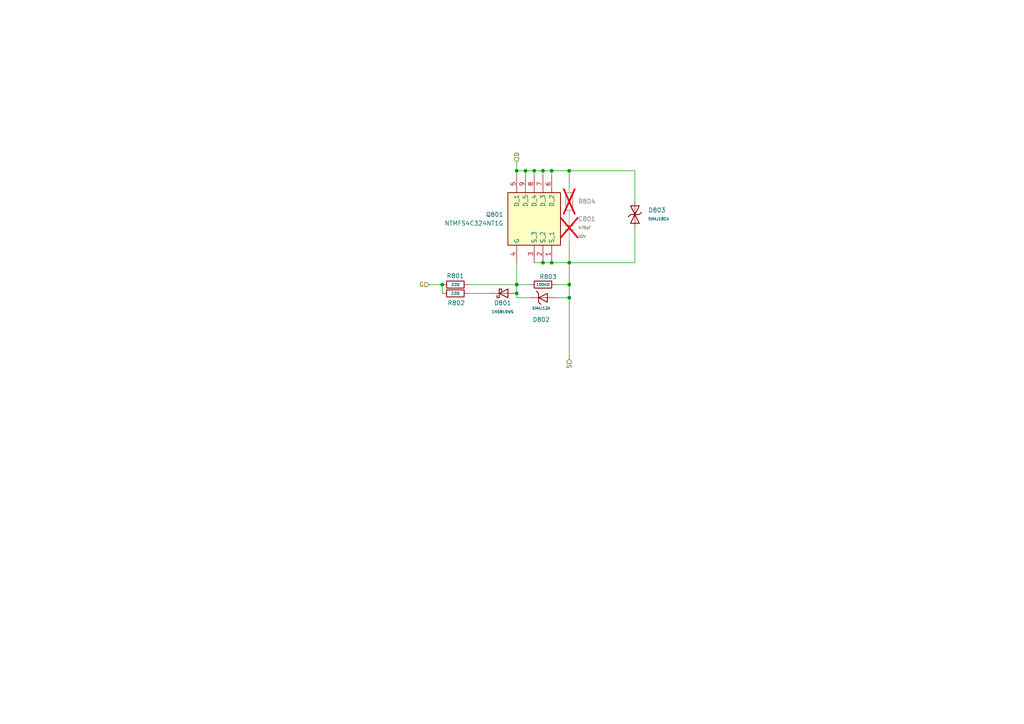
<source format=kicad_sch>
(kicad_sch (version 20250114) (generator "eeschema") (generator_version "9.0")
  (paper "A4")
  (lib_symbols
    (symbol "NTMFS4C324NT1G:NTMFS4C324NT1G"
      (property "Reference" "Q" (at 21.59 7.62 0))
      (property "Value" "NTMFS4C324NT1G" (at 21.59 5.08 0))
      (symbol "NTMFS4C324NT1G_1_1"
        (rectangle (start 5.08 2.54) (end 20.32 -12.7) (stroke (width 0.254)) (fill (type background)))
        (pin passive line (at 0 0 0) (length 5.08) (name "S_1") (number "1"))
        (pin passive line (at 0 -2.54 0) (length 5.08) (name "S_2") (number "2"))
        (pin passive line (at 0 -5.08 0) (length 5.08) (name "S_3") (number "3"))
        (pin passive line (at 0 -10.16 0) (length 5.08) (name "G") (number "4"))
        (pin passive line (at 25.4 0 180) (length 5.08) (name "D_2") (number "6"))
        (pin passive line (at 25.4 -2.54 180) (length 5.08) (name "D_3") (number "7"))
        (pin passive line (at 25.4 -5.08 180) (length 5.08) (name "D_4") (number "8"))
        (pin passive line (at 25.4 -7.62 180) (length 5.08) (name "D_5") (number "9"))
        (pin passive line (at 25.4 -10.16 180) (length 5.08) (name "D_1") (number "5"))
      )
    )
    (symbol "PCM_JLCPCB-Capacitors:0603,470pF" (pin_numbers (hide yes)) (pin_names (offset 0))
      (property "Reference" "C" (at 2.032 1.668 0))
      (property "Value" "470pF" (at 2.032 -0.3782 0))
      (property "Voltage Rated" "50V" (at 2.032 -2.0462 0))
      (symbol "0603,470pF_0_1"
        (polyline (pts (xy -1.27 0.635) (xy 1.27 0.635)) (stroke (width 0.254)))
        (polyline (pts (xy -1.27 -0.635) (xy 1.27 -0.635)) (stroke (width 0.254)))
      )
      (symbol "0603,470pF_1_1"
        (pin passive line (at 0 3.81 270) (length 3.175) (name "~") (number "1"))
        (pin passive line (at 0 -3.81 90) (length 3.175) (name "~") (number "2"))
      )
    )
    (symbol "PCM_JLCPCB-Diodes:Schottky,1N5819WS" (pin_numbers (hide yes)) (pin_names (offset 0))
      (property "Reference" "D" (at 2.032 0.834 0))
      (property "Value" "1N5819WS" (at 2.032 -1.2122 0))
      (symbol "Schottky,1N5819WS_0_1"
        (polyline (pts (xy -1.27 1.27) (xy 0 -1.27) (xy 1.27 1.27) (xy -1.27 1.27)) (stroke (width 0.254)))
        (polyline (pts (xy 0.635 -1.905) (xy 1.27 -1.905) (xy 1.27 -1.27) (xy -1.27 -1.27) (xy -1.27 -0.635) (xy -0.635 -0.635)) (stroke (width 0.254)))
      )
      (symbol "Schottky,1N5819WS_1_1"
        (pin passive line (at 0 3.81 270) (length 3.81) (name "~") (number "2"))
        (pin passive line (at 0 -3.81 90) (length 3.81) (name "~") (number "1"))
      )
    )
    (symbol "PCM_JLCPCB-Diodes:TVS-Bi,SMAJ18CA" (pin_numbers (hide yes)) (pin_names (offset 0))
      (property "Reference" "D" (at 2.032 0.834 0))
      (property "Value" "SMAJ18CA" (at 2.032 -1.2122 0))
      (symbol "TVS-Bi,SMAJ18CA_0_1"
        (polyline (pts (xy -1.905 -0.635) (xy -1.27 0) (xy 1.27 0) (xy 1.905 0.635)) (stroke (width 0.254)))
        (polyline (pts (xy -1.27 2.54) (xy 0 0) (xy 1.27 2.54) (xy -1.27 2.54)) (stroke (width 0.254)))
        (polyline (pts (xy 1.27 -2.54) (xy 0 0) (xy -1.27 -2.54) (xy 1.27 -2.54)) (stroke (width 0.254)))
      )
      (symbol "TVS-Bi,SMAJ18CA_1_1"
        (pin passive line (at 0 3.81 270) (length 3.81) (name "~") (number "2"))
        (pin passive line (at 0 -3.81 90) (length 3.81) (name "~") (number "1"))
      )
    )
    (symbol "PCM_JLCPCB-Diodes:TVS-Uni,SMAJ13A" (pin_numbers (hide yes)) (pin_names (offset 0))
      (property "Reference" "D" (at 2.032 0.834 0))
      (property "Value" "SMAJ13A" (at 2.032 -1.2122 0))
      (symbol "TVS-Uni,SMAJ13A_0_1"
        (polyline (pts (xy -1.905 -1.905) (xy -1.27 -1.27) (xy 1.27 -1.27) (xy 1.905 -0.635)) (stroke (width 0.254)))
        (polyline (pts (xy -1.27 1.27) (xy 0 -1.27) (xy 1.27 1.27) (xy -1.27 1.27)) (stroke (width 0.254)))
      )
      (symbol "TVS-Uni,SMAJ13A_1_1"
        (pin passive line (at 0 3.81 270) (length 3.81) (name "~") (number "2"))
        (pin passive line (at 0 -3.81 90) (length 3.81) (name "~") (number "1"))
      )
    )
    (symbol "PCM_JLCPCB-Resistors:0402,100kΩ" (pin_numbers (hide yes)) (pin_names (offset 0))
      (property "Reference" "R" (at 1.778 0 0))
      (property "Value" "100kΩ" (at 0 0 90))
      (symbol "0402,100kΩ_0_1"
        (rectangle (start -1.016 2.54) (end 1.016 -2.54) (stroke (width 0.254)))
      )
      (symbol "0402,100kΩ_1_1"
        (pin passive line (at 0 3.81 270) (length 1.27) (name "~") (number "1"))
        (pin passive line (at 0 -3.81 90) (length 1.27) (name "~") (number "2"))
      )
    )
    (symbol "PCM_JLCPCB-Resistors:0402,22Ω" (pin_numbers (hide yes)) (pin_names (offset 0))
      (property "Reference" "R" (at 1.778 0 0))
      (property "Value" "22Ω" (at 0 0 90))
      (symbol "0402,22Ω_0_1"
        (rectangle (start -1.016 2.54) (end 1.016 -2.54) (stroke (width 0.254)))
      )
      (symbol "0402,22Ω_1_1"
        (pin passive line (at 0 3.81 270) (length 1.27) (name "~") (number "1"))
        (pin passive line (at 0 -3.81 90) (length 1.27) (name "~") (number "2"))
      )
    )
    (symbol "PCM_JLCPCB-Resistors:0603,0Ω" (pin_numbers (hide yes)) (pin_names (offset 0))
      (property "Reference" "R" (at 1.778 0 0))
      (property "Value" "0Ω" (at 0 0 90))
      (symbol "0603,0Ω_0_1"
        (rectangle (start -1.016 2.54) (end 1.016 -2.54) (stroke (width 0.254)))
      )
      (symbol "0603,0Ω_1_1"
        (pin passive line (at 0 3.81 270) (length 1.27) (name "~") (number "1"))
        (pin passive line (at 0 -3.81 90) (length 1.27) (name "~") (number "2"))
      )
    )
  )
  (junction (at 165.1 49.53))
  (junction (at 128.27 82.55))
  (junction (at 160.02 49.53))
  (junction (at 154.94 49.53))
  (junction (at 149.86 49.53))
  (junction (at 165.1 76.2))
  (junction (at 160.02 76.2))
  (junction (at 157.48 76.2))
  (junction (at 165.1 86.36))
  (junction (at 149.86 82.55))
  (junction (at 165.1 82.55))
  (junction (at 157.48 49.53))
  (junction (at 152.4 49.53))
  (junction (at 149.86 85.09))
  (wire (pts (xy 154.94 50.8) (xy 154.94 49.53)))
  (wire (pts (xy 184.15 76.2) (xy 165.1 76.2)))
  (wire (pts (xy 152.4 50.8) (xy 152.4 49.53)))
  (wire (pts (xy 157.48 76.2) (xy 160.02 76.2)))
  (wire (pts (xy 160.02 76.2) (xy 165.1 76.2)))
  (wire (pts (xy 153.67 82.55) (xy 149.86 82.55)))
  (wire (pts (xy 184.15 66.04) (xy 184.15 76.2)))
  (wire (pts (xy 161.29 82.55) (xy 165.1 82.55)))
  (wire (pts (xy 152.4 49.53) (xy 154.94 49.53)))
  (wire (pts (xy 135.89 82.55) (xy 149.86 82.55)))
  (wire (pts (xy 154.94 76.2) (xy 157.48 76.2)))
  (wire (pts (xy 135.89 85.09) (xy 142.24 85.09)))
  (wire (pts (xy 149.86 76.2) (xy 149.86 82.55)))
  (wire (pts (xy 149.86 49.53) (xy 149.86 46.99)))
  (wire (pts (xy 165.1 76.2) (xy 165.1 82.55)))
  (wire (pts (xy 165.1 82.55) (xy 165.1 86.36)))
  (wire (pts (xy 184.15 58.42) (xy 184.15 49.53)))
  (wire (pts (xy 165.1 86.36) (xy 165.1 104.14)))
  (wire (pts (xy 165.1 69.85) (xy 165.1 76.2)))
  (wire (pts (xy 157.48 50.8) (xy 157.48 49.53)))
  (wire (pts (xy 165.1 49.53) (xy 165.1 54.61)))
  (wire (pts (xy 154.94 49.53) (xy 157.48 49.53)))
  (wire (pts (xy 160.02 49.53) (xy 165.1 49.53)))
  (wire (pts (xy 149.86 85.09) (xy 149.86 86.36)))
  (wire (pts (xy 157.48 49.53) (xy 160.02 49.53)))
  (wire (pts (xy 149.86 86.36) (xy 153.67 86.36)))
  (wire (pts (xy 149.86 49.53) (xy 152.4 49.53)))
  (wire (pts (xy 160.02 50.8) (xy 160.02 49.53)))
  (wire (pts (xy 149.86 82.55) (xy 149.86 85.09)))
  (wire (pts (xy 149.86 49.53) (xy 149.86 50.8)))
  (wire (pts (xy 161.29 86.36) (xy 165.1 86.36)))
  (wire (pts (xy 184.15 49.53) (xy 165.1 49.53)))
  (wire (pts (xy 128.27 82.55) (xy 128.27 85.09)))
  (wire (pts (xy 124.46 82.55) (xy 128.27 82.55)))
  (hierarchical_label "S" (shape input) (at 165.1 104.14 270))
  (hierarchical_label "G" (shape input) (at 124.46 82.55 180))
  (hierarchical_label "D" (shape input) (at 149.86 46.99 90))
  (symbol (lib_id "PCM_JLCPCB-Resistors:0402,100kΩ") (at 157.48 82.55 90) (unit 1)
    (property "Reference" "R603" (at 161.544 80.264 90) (effects (justify left)))
    (property "Value" "100kΩ" (at 157.48 82.55 90) (effects (font (size 0.8 0.8))))
    (property "Footprint" "PCM_JLCPCB:R_0402" (effects (hide yes)))
    (property "Datasheet" "https://www.lcsc.com/datasheet/lcsc_datasheet_2206010100_UNI-ROYAL-Uniroyal-Elec-0402WGF1003TCE_C25741.pdf" (effects (hide yes)))
    (property "Description" "62.5mW Thick Film Resistors 50V ±100ppm/°C ±1% 100kΩ 0402 Chip Resistor - Surface Mount ROHS" (effects (hide yes)))
    (property "LCSC" "C25741" (effects (hide yes)))
    (property "Stock" "3400680" (effects (hide yes)))
    (property "Price" "0.004USD" (effects (hide yes)))
    (property "Process" "SMT" (effects (hide yes)))
    (property "Minimum Qty" "20" (effects (hide yes)))
    (property "Attrition Qty" "10" (effects (hide yes)))
    (property "Class" "Basic Component" (effects (hide yes)))
    (property "Category" "Resistors,Chip Resistor - Surface Mount" (effects (hide yes)))
    (property "Manufacturer" "UNI-ROYAL(Uniroyal Elec)" (effects (hide yes)))
    (property "Part" "0402WGF1003TCE" (effects (hide yes)))
    (property "Resistance" "100kΩ" (effects (hide yes)))
    (property "Power(Watts)" "62.5mW" (effects (hide yes)))
    (property "Type" "Thick Film Resistors" (effects (hide yes)))
    (property "Overload Voltage (Max)" "50V" (effects (hide yes)))
    (property "Operating Temperature Range" "-55°C~+155°C" (effects (hide yes)))
    (property "Tolerance" "±1%" (effects (hide yes)))
    (property "Temperature Coefficient" "±100ppm/°C" (effects (hide yes)))
    (instances (project "OmniAnt" (path "" (reference "R803") (unit 1)) (path "" (reference "R1103") (unit 1)) (path "" (reference "R1603") (unit 1)) (path "" (reference "R1503") (unit 1)) (path "" (reference "R1203") (unit 1)) (path "" (reference "R1703") (unit 1)) (path "" (reference "R703") (unit 1)) (path "" (reference "R903") (unit 1)) (path "" (reference "R1403") (unit 1)) (path "" (reference "R1303") (unit 1)) (path "" (reference "R1002") (unit 1)) (path "" (reference "R603") (unit 1))))
  )
  (symbol (lib_id "PCM_JLCPCB-Diodes:TVS-Uni,SMAJ13A") (at 157.48 86.36 270) (unit 1)
    (property "Reference" "D602" (at 156.972 92.71 90))
    (property "Value" "SMAJ13A" (at 156.972 89.408 90) (effects (font (size 0.8 0.8))))
    (property "Footprint" "PCM_JLCPCB:D_SMA" (effects (hide yes)))
    (property "Datasheet" "https://wmsc.lcsc.com/wmsc/upload/file/pdf/v2/lcsc/2312280937_hongjiacheng-SMAJ13A_C19077533.pdf" (effects (hide yes)))
    (property "Description" "18.6A 400W 21.5V 15.9V Unidirectional 13V SMA ESD and Surge Protection (TVS/ESD) ROHS" (effects (hide yes)))
    (property "LCSC" "C19077533" (effects (hide yes)))
    (property "Stock" "34409" (effects (hide yes)))
    (property "Price" "0.035USD" (effects (hide yes)))
    (property "Process" "SMT" (effects (hide yes)))
    (property "Minimum Qty" "5" (effects (hide yes)))
    (property "Attrition Qty" "2" (effects (hide yes)))
    (property "Class" "Preferred Component" (effects (hide yes)))
    (property "Category" "TVS/Fuse/Board Level Protection,Electrostatic And Surge Protection (TVS/ESD)" (effects (hide yes)))
    (property "Manufacturer" "hongjiacheng" (effects (hide yes)))
    (property "Part" "SMAJ13A" (effects (hide yes)))
    (instances (project "" (path "" (reference "D802") (unit 1)) (path "" (reference "D1102") (unit 1)) (path "" (reference "D1602") (unit 1)) (path "" (reference "D1502") (unit 1)) (path "" (reference "D1202") (unit 1)) (path "" (reference "D1702") (unit 1)) (path "" (reference "D702") (unit 1)) (path "" (reference "D902") (unit 1)) (path "" (reference "D1402") (unit 1)) (path "" (reference "D1302") (unit 1)) (path "" (reference "D1002") (unit 1)) (path "" (reference "D602") (unit 1))))
  )
  (symbol (lib_id "PCM_JLCPCB-Capacitors:0603,470pF") (at 165.1 66.04 0) (unit 1) (dnp yes)
    (property "Reference" "C601" (at 167.64 63.4999 0) (effects (justify left)))
    (property "Value" "470pF" (at 167.64 66.04 0) (effects (font (size 0.8 0.8)) (justify left)))
    (property "Footprint" "PCM_JLCPCB:C_0603" (effects (hide yes)))
    (property "Datasheet" "https://www.lcsc.com/datasheet/lcsc_datasheet_2304140030_FH--Guangdong-Fenghua-Advanced-Tech-0603B471K500NT_C1620.pdf" (effects (hide yes)))
    (property "Description" "50V 470pF X7R ±10% 0603 Multilayer Ceramic Capacitors MLCC - SMD/SMT ROHS" (effects (hide yes)))
    (property "LCSC" "C1620" (effects (hide yes)))
    (property "Stock" "676425" (effects (hide yes)))
    (property "Price" "0.006USD" (effects (hide yes)))
    (property "Process" "SMT" (effects (hide yes)))
    (property "Minimum Qty" "20" (effects (hide yes)))
    (property "Attrition Qty" "10" (effects (hide yes)))
    (property "Class" "Basic Component" (effects (hide yes)))
    (property "Category" "Capacitors,Multilayer Ceramic Capacitors MLCC - SMD/SMT" (effects (hide yes)))
    (property "Manufacturer" "FH(Guangdong Fenghua Advanced Tech)" (effects (hide yes)))
    (property "Part" "0603B471K500NT" (effects (hide yes)))
    (property "Voltage Rated" "50V" (at 167.64 68.58 0) (effects (font (size 0.8 0.8)) (justify left)))
    (property "Tolerance" "±10%" (effects (hide yes)))
    (property "Capacitance" "470pF" (effects (hide yes)))
    (property "Temperature Coefficient" "X7R" (effects (hide yes)))
    (instances (project "OmniAnt" (path "" (reference "C801") (unit 1)) (path "" (reference "C1101") (unit 1)) (path "" (reference "C1601") (unit 1)) (path "" (reference "C1501") (unit 1)) (path "" (reference "C1201") (unit 1)) (path "" (reference "C1701") (unit 1)) (path "" (reference "C701") (unit 1)) (path "" (reference "C901") (unit 1)) (path "" (reference "C1401") (unit 1)) (path "" (reference "C1301") (unit 1)) (path "" (reference "C1001") (unit 1)) (path "" (reference "C601") (unit 1))))
  )
  (symbol (lib_id "PCM_JLCPCB-Resistors:0402,22Ω") (at 132.08 85.09 90) (unit 1)
    (property "Reference" "R602" (at 132.334 87.884 90))
    (property "Value" "22Ω" (at 132.08 85.09 90) (effects (font (size 0.8 0.8))))
    (property "Footprint" "PCM_JLCPCB:R_0402" (effects (hide yes)))
    (property "Datasheet" "https://www.lcsc.com/datasheet/lcsc_datasheet_2205311900_UNI-ROYAL-Uniroyal-Elec-0402WGF220JTCE_C25092.pdf" (effects (hide yes)))
    (property "Description" "62.5mW Thick Film Resistors 50V ±1% ±100ppm/°C 22Ω 0402 Chip Resistor - Surface Mount ROHS" (effects (hide yes)))
    (property "LCSC" "C25092" (effects (hide yes)))
    (property "Stock" "4816435" (effects (hide yes)))
    (property "Price" "0.004USD" (effects (hide yes)))
    (property "Process" "SMT" (effects (hide yes)))
    (property "Minimum Qty" "20" (effects (hide yes)))
    (property "Attrition Qty" "10" (effects (hide yes)))
    (property "Class" "Basic Component" (effects (hide yes)))
    (property "Category" "Resistors,Chip Resistor - Surface Mount" (effects (hide yes)))
    (property "Manufacturer" "UNI-ROYAL(Uniroyal Elec)" (effects (hide yes)))
    (property "Part" "0402WGF220JTCE" (effects (hide yes)))
    (property "Resistance" "22Ω" (effects (hide yes)))
    (property "Power(Watts)" "62.5mW" (effects (hide yes)))
    (property "Type" "Thick Film Resistors" (effects (hide yes)))
    (property "Overload Voltage (Max)" "50V" (effects (hide yes)))
    (property "Operating Temperature Range" "-55°C~+155°C" (effects (hide yes)))
    (property "Tolerance" "±1%" (effects (hide yes)))
    (property "Temperature Coefficient" "±100ppm/°C" (effects (hide yes)))
    (instances (project "OmniAnt" (path "" (reference "R802") (unit 1)) (path "" (reference "R1102") (unit 1)) (path "" (reference "R1602") (unit 1)) (path "" (reference "R1502") (unit 1)) (path "" (reference "R1202") (unit 1)) (path "" (reference "R1702") (unit 1)) (path "" (reference "R702") (unit 1)) (path "" (reference "R902") (unit 1)) (path "" (reference "R1402") (unit 1)) (path "" (reference "R1302") (unit 1)) (path "" (reference "R1001") (unit 1)) (path "" (reference "R602") (unit 1))))
  )
  (symbol (lib_id "PCM_JLCPCB-Diodes:TVS-Bi,SMAJ18CA") (at 184.15 62.23 0) (unit 1)
    (property "Reference" "D603" (at 187.96 60.9599 0) (effects (justify left)))
    (property "Value" "SMAJ18CA" (at 187.96 63.5 0) (effects (font (size 0.8 0.8)) (justify left)))
    (property "Footprint" "PCM_JLCPCB:D_SMA" (effects (hide yes)))
    (property "Datasheet" "https://wmsc.lcsc.com/wmsc/upload/file/pdf/v2/lcsc/2312280937_hongjiacheng-SMAJ18CA_C19077539.pdf" (effects (hide yes)))
    (property "Description" "13.7A 29.2V 400W 22.1V Bidirectional 18V SMA ESD and Surge Protection (TVS/ESD) ROHS" (effects (hide yes)))
    (property "LCSC" "C19077539" (effects (hide yes)))
    (property "Stock" "125641" (effects (hide yes)))
    (property "Price" "0.037USD" (effects (hide yes)))
    (property "Process" "SMT" (effects (hide yes)))
    (property "Minimum Qty" "5" (effects (hide yes)))
    (property "Attrition Qty" "2" (effects (hide yes)))
    (property "Class" "Preferred Component" (effects (hide yes)))
    (property "Category" "TVS/Fuse/Board Level Protection,Electrostatic And Surge Protection (TVS/ESD)" (effects (hide yes)))
    (property "Manufacturer" "hongjiacheng" (effects (hide yes)))
    (property "Part" "SMAJ18CA" (effects (hide yes)))
    (instances (project "" (path "" (reference "D803") (unit 1)) (path "" (reference "D1103") (unit 1)) (path "" (reference "D1603") (unit 1)) (path "" (reference "D1503") (unit 1)) (path "" (reference "D1203") (unit 1)) (path "" (reference "D1703") (unit 1)) (path "" (reference "D703") (unit 1)) (path "" (reference "D903") (unit 1)) (path "" (reference "D1403") (unit 1)) (path "" (reference "D1303") (unit 1)) (path "" (reference "D1003") (unit 1)) (path "" (reference "D603") (unit 1))))
  )
  (symbol (lib_id "NTMFS4C324NT1G:NTMFS4C324NT1G") (at 160.02 76.2 270) (mirror x) (unit 1)
    (property "Reference" "QLA601" (at 146.05 62.2299 90) (effects (justify right)))
    (property "Value" "NTMFS4C324NT1G" (at 146.05 64.7699 90) (effects (justify right)))
    (property "Footprint" "Footprints:NVMFS5C442NLWFAFT1G" (effects (hide yes)))
    (property "Datasheet" "https://www.mouser.com/datasheet/2/308/1/Onsemi_05_15_2024_ONSM_S_A0009688991_1-3453183.pdf" (effects (hide yes)))
    (property "Description" "MOSFETs TRENCH 6 30V NCH" (effects (hide yes)))
    (property "Mouser Part Number" "863-NTMFS4C324NT1G" (effects (hide yes)))
    (property "Mouser Price/Stock" "https://www.mouser.co.uk/ProductDetail/onsemi/NTMFS4C324NT1G?qs=vmHwEFxEFR86OcbNj4ayIQ%3D%3D" (effects (hide yes)))
    (property "Manufacturer_Name" "onsemi" (effects (hide yes)))
    (property "Manufacturer_Part_Number" "NTMFS4C324NT1G" (effects (hide yes)))
    (instances (project "OmniAnt" (path "" (reference "Q801") (unit 1)) (path "" (reference "Q1101") (unit 1)) (path "" (reference "Q1601") (unit 1)) (path "" (reference "Q1501") (unit 1)) (path "" (reference "Q1201") (unit 1)) (path "" (reference "Q1701") (unit 1)) (path "" (reference "QHA701") (unit 1)) (path "" (reference "QLB901") (unit 1)) (path "" (reference "QHC1401") (unit 1)) (path "" (reference "QLC1301") (unit 1)) (path "" (reference "QHB1001") (unit 1)) (path "" (reference "QLA601") (unit 1))))
  )
  (symbol (lib_id "PCM_JLCPCB-Resistors:0402,22Ω") (at 132.08 82.55 90) (unit 1)
    (property "Reference" "R601" (at 132.08 80.01 90))
    (property "Value" "22Ω" (at 132.08 82.55 90) (effects (font (size 0.8 0.8))))
    (property "Footprint" "PCM_JLCPCB:R_0402" (effects (hide yes)))
    (property "Datasheet" "https://www.lcsc.com/datasheet/lcsc_datasheet_2205311900_UNI-ROYAL-Uniroyal-Elec-0402WGF220JTCE_C25092.pdf" (effects (hide yes)))
    (property "Description" "62.5mW Thick Film Resistors 50V ±1% ±100ppm/°C 22Ω 0402 Chip Resistor - Surface Mount ROHS" (effects (hide yes)))
    (property "LCSC" "C25092" (effects (hide yes)))
    (property "Stock" "4816435" (effects (hide yes)))
    (property "Price" "0.004USD" (effects (hide yes)))
    (property "Process" "SMT" (effects (hide yes)))
    (property "Minimum Qty" "20" (effects (hide yes)))
    (property "Attrition Qty" "10" (effects (hide yes)))
    (property "Class" "Basic Component" (effects (hide yes)))
    (property "Category" "Resistors,Chip Resistor - Surface Mount" (effects (hide yes)))
    (property "Manufacturer" "UNI-ROYAL(Uniroyal Elec)" (effects (hide yes)))
    (property "Part" "0402WGF220JTCE" (effects (hide yes)))
    (property "Resistance" "22Ω" (effects (hide yes)))
    (property "Power(Watts)" "62.5mW" (effects (hide yes)))
    (property "Type" "Thick Film Resistors" (effects (hide yes)))
    (property "Overload Voltage (Max)" "50V" (effects (hide yes)))
    (property "Operating Temperature Range" "-55°C~+155°C" (effects (hide yes)))
    (property "Tolerance" "±1%" (effects (hide yes)))
    (property "Temperature Coefficient" "±100ppm/°C" (effects (hide yes)))
    (instances (project "OmniAnt" (path "" (reference "R801") (unit 1)) (path "" (reference "R1101") (unit 1)) (path "" (reference "R1601") (unit 1)) (path "" (reference "R1501") (unit 1)) (path "" (reference "R1201") (unit 1)) (path "" (reference "R1701") (unit 1)) (path "" (reference "R701") (unit 1)) (path "" (reference "R901") (unit 1)) (path "" (reference "R1401") (unit 1)) (path "" (reference "R1301") (unit 1)) (path "" (reference "R_ON1001") (unit 1)) (path "" (reference "R601") (unit 1))))
  )
  (symbol (lib_id "PCM_JLCPCB-Diodes:Schottky,1N5819WS") (at 146.05 85.09 270) (unit 1)
    (property "Reference" "D601" (at 145.796 87.884 90))
    (property "Value" "1N5819WS" (at 145.796 90.424 90) (effects (font (size 0.8 0.8))))
    (property "Footprint" "PCM_JLCPCB:D_SOD-323" (effects (hide yes)))
    (property "Datasheet" "https://www.lcsc.com/datasheet/lcsc_datasheet_2409300937_Guangdong-Hottech-1N5819WS_C191023.pdf" (effects (hide yes)))
    (property "Description" "40V 600mV@1A 1A SOD-323 Schottky Diodes ROHS" (effects (hide yes)))
    (property "LCSC" "C191023" (effects (hide yes)))
    (property "Stock" "2573406" (effects (hide yes)))
    (property "Price" "0.012USD" (effects (hide yes)))
    (property "Process" "SMT" (effects (hide yes)))
    (property "Minimum Qty" "20" (effects (hide yes)))
    (property "Attrition Qty" "10" (effects (hide yes)))
    (property "Class" "Basic Component" (effects (hide yes)))
    (property "Category" "Diodes,Schottky Barrier Diodes (SBD)" (effects (hide yes)))
    (property "Manufacturer" "Guangdong Hottech" (effects (hide yes)))
    (property "Part" "1N5819WS" (effects (hide yes)))
    (property "Rectified Current" "1A" (effects (hide yes)))
    (property "Forward Voltage (Vf@If)" "600mV@1A" (effects (hide yes)))
    (property "Reverse Voltage (Vr)" "40V" (effects (hide yes)))
    (instances (project "OmniAnt" (path "" (reference "D801") (unit 1)) (path "" (reference "D1101") (unit 1)) (path "" (reference "D1601") (unit 1)) (path "" (reference "D1501") (unit 1)) (path "" (reference "D1201") (unit 1)) (path "" (reference "D1701") (unit 1)) (path "" (reference "D701") (unit 1)) (path "" (reference "D901") (unit 1)) (path "" (reference "D1401") (unit 1)) (path "" (reference "D1301") (unit 1)) (path "" (reference "D1001") (unit 1)) (path "" (reference "D601") (unit 1))))
  )
  (symbol (lib_id "PCM_JLCPCB-Resistors:0603,0Ω") (at 165.1 58.42 0) (unit 1) (dnp yes)
    (property "Reference" "R604" (at 167.64 58.4199 0) (effects (justify left)))
    (property "Value" "0Ω" (at 165.1 58.42 90) (effects (font (size 0.8 0.8))))
    (property "Footprint" "PCM_JLCPCB:R_0603" (effects (hide yes)))
    (property "Datasheet" "https://www.lcsc.com/datasheet/lcsc_datasheet_2411221126_UNI-ROYAL-Uniroyal-Elec-0603WAF0000T5E_C21189.pdf" (effects (hide yes)))
    (property "Description" "100mW Thick Film Resistors 75V ±1% 0Ω 0603 Chip Resistor - Surface Mount ROHS" (effects (hide yes)))
    (property "LCSC" "C21189" (effects (hide yes)))
    (property "Stock" "15055483" (effects (hide yes)))
    (property "Price" "0.004USD" (effects (hide yes)))
    (property "Process" "SMT" (effects (hide yes)))
    (property "Minimum Qty" "20" (effects (hide yes)))
    (property "Attrition Qty" "10" (effects (hide yes)))
    (property "Class" "Basic Component" (effects (hide yes)))
    (property "Category" "Resistors,Chip Resistor - Surface Mount" (effects (hide yes)))
    (property "Manufacturer" "UNI-ROYAL(Uniroyal Elec)" (effects (hide yes)))
    (property "Part" "0603WAF0000T5E" (effects (hide yes)))
    (property "Resistance" "0Ω" (effects (hide yes)))
    (property "Power(Watts)" "100mW" (effects (hide yes)))
    (property "Type" "Thick Film Resistors" (effects (hide yes)))
    (property "Overload Voltage (Max)" "75V" (effects (hide yes)))
    (property "Operating Temperature Range" "-55°C~+155°C" (effects (hide yes)))
    (property "Tolerance" "±1%" (effects (hide yes)))
    (instances (project "" (path "" (reference "R804") (unit 1)) (path "" (reference "R1104") (unit 1)) (path "" (reference "R1604") (unit 1)) (path "" (reference "R1504") (unit 1)) (path "" (reference "R1204") (unit 1)) (path "" (reference "R1704") (unit 1)) (path "" (reference "R704") (unit 1)) (path "" (reference "R904") (unit 1)) (path "" (reference "R1404") (unit 1)) (path "" (reference "R1304") (unit 1)) (path "" (reference "R1003") (unit 1)) (path "" (reference "R604") (unit 1))))
  )
)
</source>
